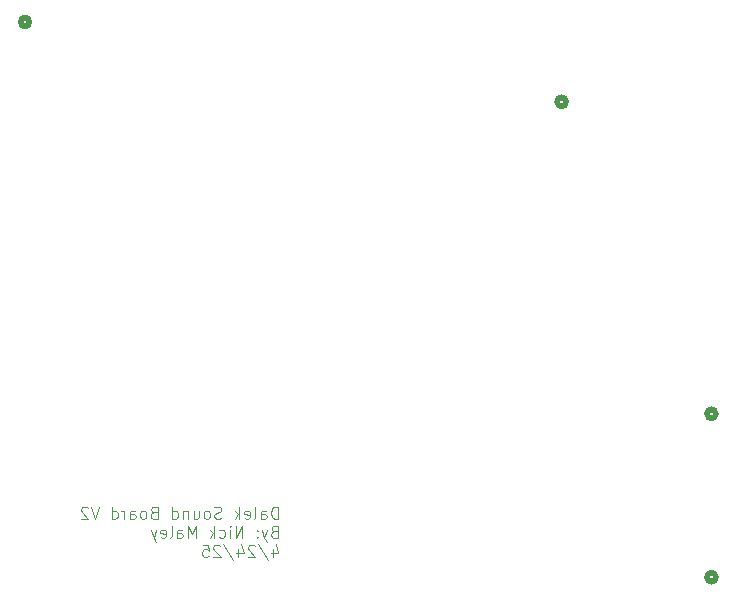
<source format=gbr>
%TF.GenerationSoftware,KiCad,Pcbnew,8.0.4*%
%TF.CreationDate,2025-04-25T16:49:28-07:00*%
%TF.ProjectId,DalekSoundSystemV2,44616c65-6b53-46f7-956e-645379737465,rev?*%
%TF.SameCoordinates,Original*%
%TF.FileFunction,Legend,Bot*%
%TF.FilePolarity,Positive*%
%FSLAX46Y46*%
G04 Gerber Fmt 4.6, Leading zero omitted, Abs format (unit mm)*
G04 Created by KiCad (PCBNEW 8.0.4) date 2025-04-25 16:49:28*
%MOMM*%
%LPD*%
G01*
G04 APERTURE LIST*
%ADD10C,0.100000*%
%ADD11C,0.508000*%
G04 APERTURE END LIST*
D10*
X172896115Y-85652531D02*
X172896115Y-84652531D01*
X172896115Y-84652531D02*
X172658020Y-84652531D01*
X172658020Y-84652531D02*
X172515163Y-84700150D01*
X172515163Y-84700150D02*
X172419925Y-84795388D01*
X172419925Y-84795388D02*
X172372306Y-84890626D01*
X172372306Y-84890626D02*
X172324687Y-85081102D01*
X172324687Y-85081102D02*
X172324687Y-85223959D01*
X172324687Y-85223959D02*
X172372306Y-85414435D01*
X172372306Y-85414435D02*
X172419925Y-85509673D01*
X172419925Y-85509673D02*
X172515163Y-85604912D01*
X172515163Y-85604912D02*
X172658020Y-85652531D01*
X172658020Y-85652531D02*
X172896115Y-85652531D01*
X171467544Y-85652531D02*
X171467544Y-85128721D01*
X171467544Y-85128721D02*
X171515163Y-85033483D01*
X171515163Y-85033483D02*
X171610401Y-84985864D01*
X171610401Y-84985864D02*
X171800877Y-84985864D01*
X171800877Y-84985864D02*
X171896115Y-85033483D01*
X171467544Y-85604912D02*
X171562782Y-85652531D01*
X171562782Y-85652531D02*
X171800877Y-85652531D01*
X171800877Y-85652531D02*
X171896115Y-85604912D01*
X171896115Y-85604912D02*
X171943734Y-85509673D01*
X171943734Y-85509673D02*
X171943734Y-85414435D01*
X171943734Y-85414435D02*
X171896115Y-85319197D01*
X171896115Y-85319197D02*
X171800877Y-85271578D01*
X171800877Y-85271578D02*
X171562782Y-85271578D01*
X171562782Y-85271578D02*
X171467544Y-85223959D01*
X170848496Y-85652531D02*
X170943734Y-85604912D01*
X170943734Y-85604912D02*
X170991353Y-85509673D01*
X170991353Y-85509673D02*
X170991353Y-84652531D01*
X170086591Y-85604912D02*
X170181829Y-85652531D01*
X170181829Y-85652531D02*
X170372305Y-85652531D01*
X170372305Y-85652531D02*
X170467543Y-85604912D01*
X170467543Y-85604912D02*
X170515162Y-85509673D01*
X170515162Y-85509673D02*
X170515162Y-85128721D01*
X170515162Y-85128721D02*
X170467543Y-85033483D01*
X170467543Y-85033483D02*
X170372305Y-84985864D01*
X170372305Y-84985864D02*
X170181829Y-84985864D01*
X170181829Y-84985864D02*
X170086591Y-85033483D01*
X170086591Y-85033483D02*
X170038972Y-85128721D01*
X170038972Y-85128721D02*
X170038972Y-85223959D01*
X170038972Y-85223959D02*
X170515162Y-85319197D01*
X169610400Y-85652531D02*
X169610400Y-84652531D01*
X169515162Y-85271578D02*
X169229448Y-85652531D01*
X169229448Y-84985864D02*
X169610400Y-85366816D01*
X168086590Y-85604912D02*
X167943733Y-85652531D01*
X167943733Y-85652531D02*
X167705638Y-85652531D01*
X167705638Y-85652531D02*
X167610400Y-85604912D01*
X167610400Y-85604912D02*
X167562781Y-85557292D01*
X167562781Y-85557292D02*
X167515162Y-85462054D01*
X167515162Y-85462054D02*
X167515162Y-85366816D01*
X167515162Y-85366816D02*
X167562781Y-85271578D01*
X167562781Y-85271578D02*
X167610400Y-85223959D01*
X167610400Y-85223959D02*
X167705638Y-85176340D01*
X167705638Y-85176340D02*
X167896114Y-85128721D01*
X167896114Y-85128721D02*
X167991352Y-85081102D01*
X167991352Y-85081102D02*
X168038971Y-85033483D01*
X168038971Y-85033483D02*
X168086590Y-84938245D01*
X168086590Y-84938245D02*
X168086590Y-84843007D01*
X168086590Y-84843007D02*
X168038971Y-84747769D01*
X168038971Y-84747769D02*
X167991352Y-84700150D01*
X167991352Y-84700150D02*
X167896114Y-84652531D01*
X167896114Y-84652531D02*
X167658019Y-84652531D01*
X167658019Y-84652531D02*
X167515162Y-84700150D01*
X166943733Y-85652531D02*
X167038971Y-85604912D01*
X167038971Y-85604912D02*
X167086590Y-85557292D01*
X167086590Y-85557292D02*
X167134209Y-85462054D01*
X167134209Y-85462054D02*
X167134209Y-85176340D01*
X167134209Y-85176340D02*
X167086590Y-85081102D01*
X167086590Y-85081102D02*
X167038971Y-85033483D01*
X167038971Y-85033483D02*
X166943733Y-84985864D01*
X166943733Y-84985864D02*
X166800876Y-84985864D01*
X166800876Y-84985864D02*
X166705638Y-85033483D01*
X166705638Y-85033483D02*
X166658019Y-85081102D01*
X166658019Y-85081102D02*
X166610400Y-85176340D01*
X166610400Y-85176340D02*
X166610400Y-85462054D01*
X166610400Y-85462054D02*
X166658019Y-85557292D01*
X166658019Y-85557292D02*
X166705638Y-85604912D01*
X166705638Y-85604912D02*
X166800876Y-85652531D01*
X166800876Y-85652531D02*
X166943733Y-85652531D01*
X165753257Y-84985864D02*
X165753257Y-85652531D01*
X166181828Y-84985864D02*
X166181828Y-85509673D01*
X166181828Y-85509673D02*
X166134209Y-85604912D01*
X166134209Y-85604912D02*
X166038971Y-85652531D01*
X166038971Y-85652531D02*
X165896114Y-85652531D01*
X165896114Y-85652531D02*
X165800876Y-85604912D01*
X165800876Y-85604912D02*
X165753257Y-85557292D01*
X165277066Y-84985864D02*
X165277066Y-85652531D01*
X165277066Y-85081102D02*
X165229447Y-85033483D01*
X165229447Y-85033483D02*
X165134209Y-84985864D01*
X165134209Y-84985864D02*
X164991352Y-84985864D01*
X164991352Y-84985864D02*
X164896114Y-85033483D01*
X164896114Y-85033483D02*
X164848495Y-85128721D01*
X164848495Y-85128721D02*
X164848495Y-85652531D01*
X163943733Y-85652531D02*
X163943733Y-84652531D01*
X163943733Y-85604912D02*
X164038971Y-85652531D01*
X164038971Y-85652531D02*
X164229447Y-85652531D01*
X164229447Y-85652531D02*
X164324685Y-85604912D01*
X164324685Y-85604912D02*
X164372304Y-85557292D01*
X164372304Y-85557292D02*
X164419923Y-85462054D01*
X164419923Y-85462054D02*
X164419923Y-85176340D01*
X164419923Y-85176340D02*
X164372304Y-85081102D01*
X164372304Y-85081102D02*
X164324685Y-85033483D01*
X164324685Y-85033483D02*
X164229447Y-84985864D01*
X164229447Y-84985864D02*
X164038971Y-84985864D01*
X164038971Y-84985864D02*
X163943733Y-85033483D01*
X162372304Y-85128721D02*
X162229447Y-85176340D01*
X162229447Y-85176340D02*
X162181828Y-85223959D01*
X162181828Y-85223959D02*
X162134209Y-85319197D01*
X162134209Y-85319197D02*
X162134209Y-85462054D01*
X162134209Y-85462054D02*
X162181828Y-85557292D01*
X162181828Y-85557292D02*
X162229447Y-85604912D01*
X162229447Y-85604912D02*
X162324685Y-85652531D01*
X162324685Y-85652531D02*
X162705637Y-85652531D01*
X162705637Y-85652531D02*
X162705637Y-84652531D01*
X162705637Y-84652531D02*
X162372304Y-84652531D01*
X162372304Y-84652531D02*
X162277066Y-84700150D01*
X162277066Y-84700150D02*
X162229447Y-84747769D01*
X162229447Y-84747769D02*
X162181828Y-84843007D01*
X162181828Y-84843007D02*
X162181828Y-84938245D01*
X162181828Y-84938245D02*
X162229447Y-85033483D01*
X162229447Y-85033483D02*
X162277066Y-85081102D01*
X162277066Y-85081102D02*
X162372304Y-85128721D01*
X162372304Y-85128721D02*
X162705637Y-85128721D01*
X161562780Y-85652531D02*
X161658018Y-85604912D01*
X161658018Y-85604912D02*
X161705637Y-85557292D01*
X161705637Y-85557292D02*
X161753256Y-85462054D01*
X161753256Y-85462054D02*
X161753256Y-85176340D01*
X161753256Y-85176340D02*
X161705637Y-85081102D01*
X161705637Y-85081102D02*
X161658018Y-85033483D01*
X161658018Y-85033483D02*
X161562780Y-84985864D01*
X161562780Y-84985864D02*
X161419923Y-84985864D01*
X161419923Y-84985864D02*
X161324685Y-85033483D01*
X161324685Y-85033483D02*
X161277066Y-85081102D01*
X161277066Y-85081102D02*
X161229447Y-85176340D01*
X161229447Y-85176340D02*
X161229447Y-85462054D01*
X161229447Y-85462054D02*
X161277066Y-85557292D01*
X161277066Y-85557292D02*
X161324685Y-85604912D01*
X161324685Y-85604912D02*
X161419923Y-85652531D01*
X161419923Y-85652531D02*
X161562780Y-85652531D01*
X160372304Y-85652531D02*
X160372304Y-85128721D01*
X160372304Y-85128721D02*
X160419923Y-85033483D01*
X160419923Y-85033483D02*
X160515161Y-84985864D01*
X160515161Y-84985864D02*
X160705637Y-84985864D01*
X160705637Y-84985864D02*
X160800875Y-85033483D01*
X160372304Y-85604912D02*
X160467542Y-85652531D01*
X160467542Y-85652531D02*
X160705637Y-85652531D01*
X160705637Y-85652531D02*
X160800875Y-85604912D01*
X160800875Y-85604912D02*
X160848494Y-85509673D01*
X160848494Y-85509673D02*
X160848494Y-85414435D01*
X160848494Y-85414435D02*
X160800875Y-85319197D01*
X160800875Y-85319197D02*
X160705637Y-85271578D01*
X160705637Y-85271578D02*
X160467542Y-85271578D01*
X160467542Y-85271578D02*
X160372304Y-85223959D01*
X159896113Y-85652531D02*
X159896113Y-84985864D01*
X159896113Y-85176340D02*
X159848494Y-85081102D01*
X159848494Y-85081102D02*
X159800875Y-85033483D01*
X159800875Y-85033483D02*
X159705637Y-84985864D01*
X159705637Y-84985864D02*
X159610399Y-84985864D01*
X158848494Y-85652531D02*
X158848494Y-84652531D01*
X158848494Y-85604912D02*
X158943732Y-85652531D01*
X158943732Y-85652531D02*
X159134208Y-85652531D01*
X159134208Y-85652531D02*
X159229446Y-85604912D01*
X159229446Y-85604912D02*
X159277065Y-85557292D01*
X159277065Y-85557292D02*
X159324684Y-85462054D01*
X159324684Y-85462054D02*
X159324684Y-85176340D01*
X159324684Y-85176340D02*
X159277065Y-85081102D01*
X159277065Y-85081102D02*
X159229446Y-85033483D01*
X159229446Y-85033483D02*
X159134208Y-84985864D01*
X159134208Y-84985864D02*
X158943732Y-84985864D01*
X158943732Y-84985864D02*
X158848494Y-85033483D01*
X157753255Y-84652531D02*
X157419922Y-85652531D01*
X157419922Y-85652531D02*
X157086589Y-84652531D01*
X156800874Y-84747769D02*
X156753255Y-84700150D01*
X156753255Y-84700150D02*
X156658017Y-84652531D01*
X156658017Y-84652531D02*
X156419922Y-84652531D01*
X156419922Y-84652531D02*
X156324684Y-84700150D01*
X156324684Y-84700150D02*
X156277065Y-84747769D01*
X156277065Y-84747769D02*
X156229446Y-84843007D01*
X156229446Y-84843007D02*
X156229446Y-84938245D01*
X156229446Y-84938245D02*
X156277065Y-85081102D01*
X156277065Y-85081102D02*
X156848493Y-85652531D01*
X156848493Y-85652531D02*
X156229446Y-85652531D01*
X172562782Y-86738665D02*
X172419925Y-86786284D01*
X172419925Y-86786284D02*
X172372306Y-86833903D01*
X172372306Y-86833903D02*
X172324687Y-86929141D01*
X172324687Y-86929141D02*
X172324687Y-87071998D01*
X172324687Y-87071998D02*
X172372306Y-87167236D01*
X172372306Y-87167236D02*
X172419925Y-87214856D01*
X172419925Y-87214856D02*
X172515163Y-87262475D01*
X172515163Y-87262475D02*
X172896115Y-87262475D01*
X172896115Y-87262475D02*
X172896115Y-86262475D01*
X172896115Y-86262475D02*
X172562782Y-86262475D01*
X172562782Y-86262475D02*
X172467544Y-86310094D01*
X172467544Y-86310094D02*
X172419925Y-86357713D01*
X172419925Y-86357713D02*
X172372306Y-86452951D01*
X172372306Y-86452951D02*
X172372306Y-86548189D01*
X172372306Y-86548189D02*
X172419925Y-86643427D01*
X172419925Y-86643427D02*
X172467544Y-86691046D01*
X172467544Y-86691046D02*
X172562782Y-86738665D01*
X172562782Y-86738665D02*
X172896115Y-86738665D01*
X171991353Y-86595808D02*
X171753258Y-87262475D01*
X171515163Y-86595808D02*
X171753258Y-87262475D01*
X171753258Y-87262475D02*
X171848496Y-87500570D01*
X171848496Y-87500570D02*
X171896115Y-87548189D01*
X171896115Y-87548189D02*
X171991353Y-87595808D01*
X171134210Y-87167236D02*
X171086591Y-87214856D01*
X171086591Y-87214856D02*
X171134210Y-87262475D01*
X171134210Y-87262475D02*
X171181829Y-87214856D01*
X171181829Y-87214856D02*
X171134210Y-87167236D01*
X171134210Y-87167236D02*
X171134210Y-87262475D01*
X171134210Y-86643427D02*
X171086591Y-86691046D01*
X171086591Y-86691046D02*
X171134210Y-86738665D01*
X171134210Y-86738665D02*
X171181829Y-86691046D01*
X171181829Y-86691046D02*
X171134210Y-86643427D01*
X171134210Y-86643427D02*
X171134210Y-86738665D01*
X169896115Y-87262475D02*
X169896115Y-86262475D01*
X169896115Y-86262475D02*
X169324687Y-87262475D01*
X169324687Y-87262475D02*
X169324687Y-86262475D01*
X168848496Y-87262475D02*
X168848496Y-86595808D01*
X168848496Y-86262475D02*
X168896115Y-86310094D01*
X168896115Y-86310094D02*
X168848496Y-86357713D01*
X168848496Y-86357713D02*
X168800877Y-86310094D01*
X168800877Y-86310094D02*
X168848496Y-86262475D01*
X168848496Y-86262475D02*
X168848496Y-86357713D01*
X167943735Y-87214856D02*
X168038973Y-87262475D01*
X168038973Y-87262475D02*
X168229449Y-87262475D01*
X168229449Y-87262475D02*
X168324687Y-87214856D01*
X168324687Y-87214856D02*
X168372306Y-87167236D01*
X168372306Y-87167236D02*
X168419925Y-87071998D01*
X168419925Y-87071998D02*
X168419925Y-86786284D01*
X168419925Y-86786284D02*
X168372306Y-86691046D01*
X168372306Y-86691046D02*
X168324687Y-86643427D01*
X168324687Y-86643427D02*
X168229449Y-86595808D01*
X168229449Y-86595808D02*
X168038973Y-86595808D01*
X168038973Y-86595808D02*
X167943735Y-86643427D01*
X167515163Y-87262475D02*
X167515163Y-86262475D01*
X167419925Y-86881522D02*
X167134211Y-87262475D01*
X167134211Y-86595808D02*
X167515163Y-86976760D01*
X165943734Y-87262475D02*
X165943734Y-86262475D01*
X165943734Y-86262475D02*
X165610401Y-86976760D01*
X165610401Y-86976760D02*
X165277068Y-86262475D01*
X165277068Y-86262475D02*
X165277068Y-87262475D01*
X164372306Y-87262475D02*
X164372306Y-86738665D01*
X164372306Y-86738665D02*
X164419925Y-86643427D01*
X164419925Y-86643427D02*
X164515163Y-86595808D01*
X164515163Y-86595808D02*
X164705639Y-86595808D01*
X164705639Y-86595808D02*
X164800877Y-86643427D01*
X164372306Y-87214856D02*
X164467544Y-87262475D01*
X164467544Y-87262475D02*
X164705639Y-87262475D01*
X164705639Y-87262475D02*
X164800877Y-87214856D01*
X164800877Y-87214856D02*
X164848496Y-87119617D01*
X164848496Y-87119617D02*
X164848496Y-87024379D01*
X164848496Y-87024379D02*
X164800877Y-86929141D01*
X164800877Y-86929141D02*
X164705639Y-86881522D01*
X164705639Y-86881522D02*
X164467544Y-86881522D01*
X164467544Y-86881522D02*
X164372306Y-86833903D01*
X163753258Y-87262475D02*
X163848496Y-87214856D01*
X163848496Y-87214856D02*
X163896115Y-87119617D01*
X163896115Y-87119617D02*
X163896115Y-86262475D01*
X162991353Y-87214856D02*
X163086591Y-87262475D01*
X163086591Y-87262475D02*
X163277067Y-87262475D01*
X163277067Y-87262475D02*
X163372305Y-87214856D01*
X163372305Y-87214856D02*
X163419924Y-87119617D01*
X163419924Y-87119617D02*
X163419924Y-86738665D01*
X163419924Y-86738665D02*
X163372305Y-86643427D01*
X163372305Y-86643427D02*
X163277067Y-86595808D01*
X163277067Y-86595808D02*
X163086591Y-86595808D01*
X163086591Y-86595808D02*
X162991353Y-86643427D01*
X162991353Y-86643427D02*
X162943734Y-86738665D01*
X162943734Y-86738665D02*
X162943734Y-86833903D01*
X162943734Y-86833903D02*
X163419924Y-86929141D01*
X162610400Y-86595808D02*
X162372305Y-87262475D01*
X162134210Y-86595808D02*
X162372305Y-87262475D01*
X162372305Y-87262475D02*
X162467543Y-87500570D01*
X162467543Y-87500570D02*
X162515162Y-87548189D01*
X162515162Y-87548189D02*
X162610400Y-87595808D01*
X172467544Y-88205752D02*
X172467544Y-88872419D01*
X172705639Y-87824800D02*
X172943734Y-88539085D01*
X172943734Y-88539085D02*
X172324687Y-88539085D01*
X171229449Y-87824800D02*
X172086591Y-89110514D01*
X170943734Y-87967657D02*
X170896115Y-87920038D01*
X170896115Y-87920038D02*
X170800877Y-87872419D01*
X170800877Y-87872419D02*
X170562782Y-87872419D01*
X170562782Y-87872419D02*
X170467544Y-87920038D01*
X170467544Y-87920038D02*
X170419925Y-87967657D01*
X170419925Y-87967657D02*
X170372306Y-88062895D01*
X170372306Y-88062895D02*
X170372306Y-88158133D01*
X170372306Y-88158133D02*
X170419925Y-88300990D01*
X170419925Y-88300990D02*
X170991353Y-88872419D01*
X170991353Y-88872419D02*
X170372306Y-88872419D01*
X169515163Y-88205752D02*
X169515163Y-88872419D01*
X169753258Y-87824800D02*
X169991353Y-88539085D01*
X169991353Y-88539085D02*
X169372306Y-88539085D01*
X168277068Y-87824800D02*
X169134210Y-89110514D01*
X167991353Y-87967657D02*
X167943734Y-87920038D01*
X167943734Y-87920038D02*
X167848496Y-87872419D01*
X167848496Y-87872419D02*
X167610401Y-87872419D01*
X167610401Y-87872419D02*
X167515163Y-87920038D01*
X167515163Y-87920038D02*
X167467544Y-87967657D01*
X167467544Y-87967657D02*
X167419925Y-88062895D01*
X167419925Y-88062895D02*
X167419925Y-88158133D01*
X167419925Y-88158133D02*
X167467544Y-88300990D01*
X167467544Y-88300990D02*
X168038972Y-88872419D01*
X168038972Y-88872419D02*
X167419925Y-88872419D01*
X166515163Y-87872419D02*
X166991353Y-87872419D01*
X166991353Y-87872419D02*
X167038972Y-88348609D01*
X167038972Y-88348609D02*
X166991353Y-88300990D01*
X166991353Y-88300990D02*
X166896115Y-88253371D01*
X166896115Y-88253371D02*
X166658020Y-88253371D01*
X166658020Y-88253371D02*
X166562782Y-88300990D01*
X166562782Y-88300990D02*
X166515163Y-88348609D01*
X166515163Y-88348609D02*
X166467544Y-88443847D01*
X166467544Y-88443847D02*
X166467544Y-88681942D01*
X166467544Y-88681942D02*
X166515163Y-88777180D01*
X166515163Y-88777180D02*
X166562782Y-88824800D01*
X166562782Y-88824800D02*
X166658020Y-88872419D01*
X166658020Y-88872419D02*
X166896115Y-88872419D01*
X166896115Y-88872419D02*
X166991353Y-88824800D01*
X166991353Y-88824800D02*
X167038972Y-88777180D01*
D11*
%TO.C,J10*%
X209981000Y-90612000D02*
G75*
G02*
X209219000Y-90612000I-381000J0D01*
G01*
X209219000Y-90612000D02*
G75*
G02*
X209981000Y-90612000I381000J0D01*
G01*
%TO.C,J11*%
X209981000Y-76778201D02*
G75*
G02*
X209219000Y-76778201I-381000J0D01*
G01*
X209219000Y-76778201D02*
G75*
G02*
X209981000Y-76778201I381000J0D01*
G01*
%TO.C,J9*%
X151867599Y-43600000D02*
G75*
G02*
X151105599Y-43600000I-381000J0D01*
G01*
X151105599Y-43600000D02*
G75*
G02*
X151867599Y-43600000I381000J0D01*
G01*
%TO.C,J8*%
X197295800Y-50360001D02*
G75*
G02*
X196533800Y-50360001I-381000J0D01*
G01*
X196533800Y-50360001D02*
G75*
G02*
X197295800Y-50360001I381000J0D01*
G01*
%TD*%
M02*

</source>
